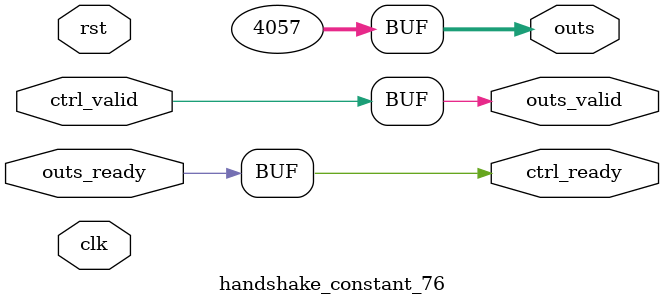
<source format=v>
`timescale 1ns / 1ps
module handshake_constant_76 #(
  parameter DATA_WIDTH = 32  // Default set to 32 bits
) (
  input                       clk,
  input                       rst,
  // Input Channel
  input                       ctrl_valid,
  output                      ctrl_ready,
  // Output Channel
  output [DATA_WIDTH - 1 : 0] outs,
  output                      outs_valid,
  input                       outs_ready
);
  assign outs       = 12'b111111011001;
  assign outs_valid = ctrl_valid;
  assign ctrl_ready = outs_ready;

endmodule

</source>
